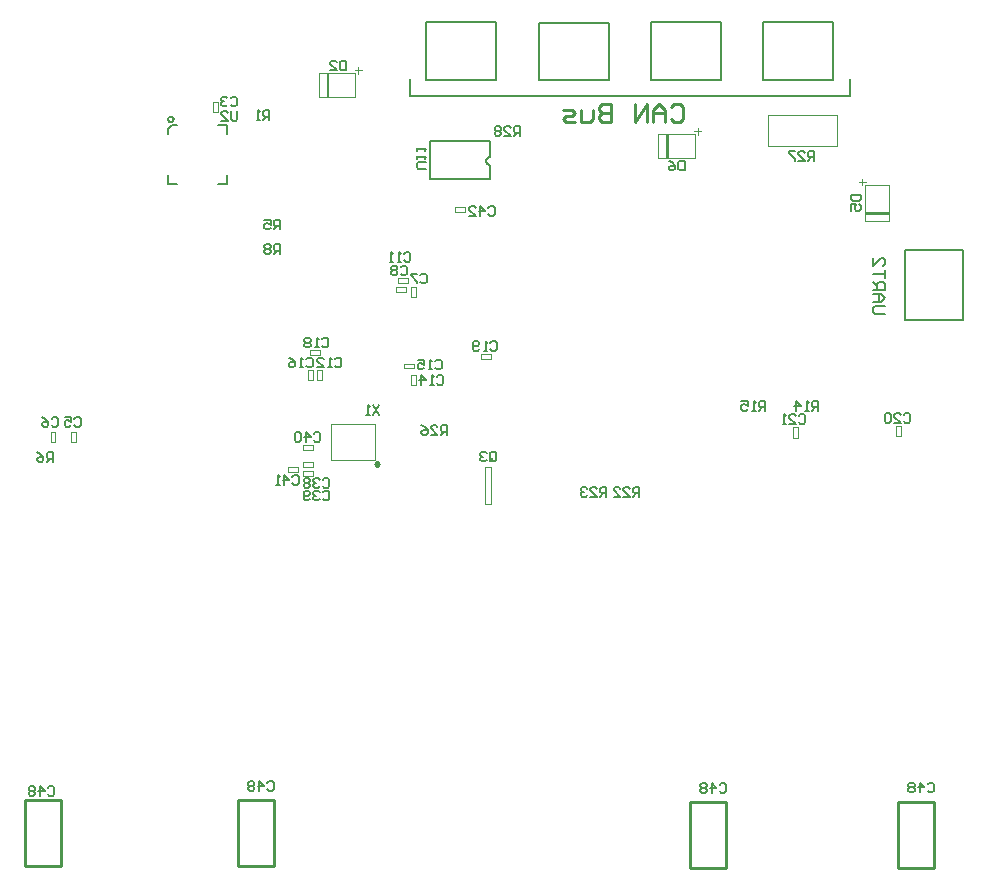
<source format=gbo>
G04*
G04 #@! TF.GenerationSoftware,Altium Limited,Altium Designer,18.0.7 (293)*
G04*
G04 Layer_Color=32896*
%FSLAX25Y25*%
%MOIN*%
G70*
G01*
G75*
%ADD10C,0.01000*%
%ADD11C,0.00394*%
%ADD12C,0.01000*%
%ADD13C,0.00787*%
%ADD14C,0.00197*%
%ADD15C,0.00500*%
%ADD16C,0.00700*%
%ADD19C,0.00598*%
D10*
X296300Y265775D02*
X295629Y266446D01*
X294958Y265775D01*
X295629Y265104D01*
X296300Y265775D01*
X469295Y153126D02*
X474045D01*
X469295Y131126D02*
Y153126D01*
Y131126D02*
X481295D01*
Y153126D01*
X474045D02*
X481295D01*
X399905Y152929D02*
X404656D01*
X399905Y130929D02*
Y152929D01*
Y130929D02*
X411905D01*
Y152929D01*
X404656D02*
X411905D01*
X249118Y153618D02*
X253868D01*
X249118Y131618D02*
Y153618D01*
Y131618D02*
X261118D01*
Y153618D01*
X253868D02*
X261118D01*
X178154Y153815D02*
X182904D01*
X178154Y131815D02*
Y153815D01*
Y131815D02*
X190154D01*
Y153815D01*
X182904D02*
X190154D01*
X393344Y384624D02*
X394343Y385624D01*
X396343D01*
X397342Y384624D01*
Y380626D01*
X396343Y379626D01*
X394343D01*
X393344Y380626D01*
X391344Y379626D02*
Y383625D01*
X389345Y385624D01*
X387346Y383625D01*
Y379626D01*
Y382625D01*
X391344D01*
X385346Y379626D02*
Y385624D01*
X381348Y379626D01*
Y385624D01*
X373350D02*
Y379626D01*
X370351D01*
X369352Y380626D01*
Y381625D01*
X370351Y382625D01*
X373350D01*
X370351D01*
X369352Y383625D01*
Y384624D01*
X370351Y385624D01*
X373350D01*
X367352Y383625D02*
Y380626D01*
X366353Y379626D01*
X363353D01*
Y383625D01*
X361354Y379626D02*
X358355D01*
X357355Y380626D01*
X358355Y381625D01*
X360354D01*
X361354Y382625D01*
X360354Y383625D01*
X357355D01*
D11*
X331325Y252461D02*
X333425D01*
Y264761D01*
X331325D02*
X333425D01*
X331325Y252461D02*
Y264761D01*
X457305Y358556D02*
Y360756D01*
X456205Y359656D02*
X458405D01*
X458268Y358656D02*
X459837D01*
X458268Y346556D02*
Y358656D01*
Y346556D02*
X466142D01*
Y358656D01*
X459837D02*
X466142D01*
X458268Y349056D02*
X466005D01*
X458368Y349356D02*
X466105D01*
X458368Y349656D02*
X466105Y349656D01*
X448842Y371670D02*
X448842Y376870D01*
X425764Y371670D02*
X448842D01*
X425764D02*
Y382070D01*
X448842D01*
X448842Y376870D01*
X401272Y376554D02*
X403472D01*
X402372Y375453D02*
Y377654D01*
X401372Y374021D02*
Y375590D01*
X389272D02*
X401372D01*
X389272Y367717D02*
Y375590D01*
Y367717D02*
X401372D01*
Y374021D01*
X391772Y367853D02*
Y375590D01*
X392072Y367754D02*
Y375490D01*
X392372Y367754D02*
Y375490D01*
X288182Y396928D02*
X290382D01*
X289282Y395828D02*
Y398028D01*
X288282Y394395D02*
Y395965D01*
X276182D02*
X288282D01*
X276182Y388090D02*
Y395965D01*
Y388090D02*
X288282D01*
Y394395D01*
X278682Y388228D02*
Y395965D01*
X278982Y388128D02*
Y395865D01*
X279282Y388128D02*
Y395865D01*
X280229Y279175D02*
X289321D01*
X285876D02*
X294929D01*
Y267175D02*
Y279175D01*
X280229Y267175D02*
X294929D01*
X280229D02*
Y279175D01*
D12*
X295829Y265775D02*
D03*
D13*
X333169Y367982D02*
X332285Y367616D01*
X331919Y366732D01*
X332285Y365848D01*
X333169Y365482D01*
X471457Y313812D02*
X490657D01*
Y337112D01*
X471457D02*
X490657D01*
X471457Y313812D02*
Y337112D01*
X333169Y365482D02*
X333169Y360702D01*
X333169Y367982D02*
Y373202D01*
X313169Y373202D02*
X333169Y373202D01*
X313169Y360702D02*
Y373202D01*
Y360702D02*
X333169Y360702D01*
X447606Y393701D02*
Y412901D01*
X424305D02*
X447606D01*
X424305Y393701D02*
Y412901D01*
Y393701D02*
X447606D01*
X335105D02*
Y412901D01*
X311806D02*
X335105D01*
X311806Y393701D02*
Y412901D01*
Y393701D02*
X335105D01*
X372884Y393598D02*
Y412798D01*
X349584D02*
X372884D01*
X349584Y393598D02*
Y412798D01*
Y393598D02*
X372884D01*
X410106Y393799D02*
Y412999D01*
X386806D02*
X410106D01*
X386806Y393799D02*
Y412999D01*
Y393799D02*
X410106D01*
D14*
X240932Y383044D02*
Y386444D01*
Y383044D02*
X242532D01*
Y386444D01*
X240932D02*
X242532D01*
X265820Y262980D02*
X269220D01*
Y264580D01*
X265820D02*
X269220D01*
X265820Y262980D02*
Y264580D01*
X270839Y264653D02*
X274239D01*
Y266253D01*
X270839D02*
X274239D01*
X270839Y264653D02*
Y266253D01*
Y261798D02*
X274239D01*
Y263398D01*
X270839D02*
X274239D01*
X270839Y261798D02*
Y263398D01*
X270741Y271961D02*
X274141D01*
X270741Y270361D02*
Y271961D01*
Y270361D02*
X274141D01*
Y271961D01*
X321332Y351292D02*
X324731D01*
X321332Y349692D02*
Y351292D01*
Y349692D02*
X324731D01*
Y351292D01*
X469993Y274875D02*
Y278275D01*
X468393D02*
X469993D01*
X468393Y274875D02*
Y278275D01*
Y274875D02*
X469993D01*
X435839Y274481D02*
Y277881D01*
X434239D02*
X435839D01*
X434239Y274481D02*
Y277881D01*
Y274481D02*
X435839D01*
X301745Y322920D02*
X305145D01*
Y324520D01*
X301745D02*
X305145D01*
X301745Y322920D02*
Y324520D01*
X302335Y325972D02*
X305735D01*
Y327572D01*
X302335D02*
X305735D01*
X302335Y325972D02*
Y327572D01*
X308576Y292001D02*
Y295401D01*
X306976D02*
X308576D01*
X306976Y292001D02*
Y295401D01*
Y292001D02*
X308576D01*
X304501Y297527D02*
X307901D01*
Y299127D01*
X304501D02*
X307901D01*
X304501Y297527D02*
Y299127D01*
X308379Y321332D02*
Y324731D01*
X306779D02*
X308379D01*
X306779Y321332D02*
Y324731D01*
Y321332D02*
X308379D01*
X273202Y302054D02*
X276602D01*
Y303654D01*
X273202D02*
X276602D01*
X273202Y302054D02*
Y303654D01*
X275578Y293576D02*
Y296976D01*
Y293576D02*
X277178D01*
Y296976D01*
X275578D02*
X277178D01*
X272625Y293576D02*
Y296976D01*
Y293576D02*
X274225D01*
Y296976D01*
X272625D02*
X274225D01*
X329993Y300676D02*
X333393D01*
Y302276D01*
X329993D02*
X333393D01*
X329993Y300676D02*
Y302276D01*
X188300Y273005D02*
Y276405D01*
X186700D02*
X188300D01*
X186700Y273005D02*
Y276405D01*
Y273005D02*
X188300D01*
X193491D02*
Y276405D01*
Y273005D02*
X195091D01*
Y276405D01*
X193491D02*
X195091D01*
D15*
X227756Y380610D02*
X227264Y381463D01*
X226279D01*
X225787Y380610D01*
X226279Y379758D01*
X227264D01*
X227756Y380610D01*
X225787Y375689D02*
Y377250D01*
X227179Y378642D01*
X228740D01*
X225787Y358957D02*
Y361910D01*
Y358957D02*
X228740D01*
X242520Y378642D02*
X245472D01*
Y375689D02*
Y378642D01*
Y358957D02*
Y361910D01*
X242520Y358957D02*
X245472D01*
D16*
X306594Y388386D02*
Y393898D01*
Y388386D02*
X453051D01*
Y393898D01*
D19*
X296187Y285201D02*
X294053Y282001D01*
Y285201D02*
X296187Y282001D01*
X292987D02*
X291920D01*
X292454D01*
Y285201D01*
X292987Y284667D01*
X311960Y364173D02*
X309293D01*
X308760Y364706D01*
Y365773D01*
X309293Y366306D01*
X311960D01*
X308760Y367373D02*
Y368440D01*
Y367906D01*
X311960D01*
X311426Y367373D01*
X308760Y370039D02*
Y371106D01*
Y370573D01*
X311960D01*
X311426Y370039D01*
X248917Y383318D02*
Y380651D01*
X248384Y380118D01*
X247317D01*
X246784Y380651D01*
Y383318D01*
X243584Y380118D02*
X245718D01*
X243584Y382251D01*
Y382785D01*
X244118Y383318D01*
X245184D01*
X245718Y382785D01*
X343209Y375000D02*
Y378200D01*
X341609D01*
X341075Y377666D01*
Y376600D01*
X341609Y376067D01*
X343209D01*
X342142D02*
X341075Y375000D01*
X337876D02*
X340009D01*
X337876Y377133D01*
Y377666D01*
X338409Y378200D01*
X339476D01*
X340009Y377666D01*
X336809D02*
X336276Y378200D01*
X335209D01*
X334676Y377666D01*
Y377133D01*
X335209Y376600D01*
X334676Y376067D01*
Y375533D01*
X335209Y375000D01*
X336276D01*
X336809Y375533D01*
Y376067D01*
X336276Y376600D01*
X336809Y377133D01*
Y377666D01*
X336276Y376600D02*
X335209D01*
X441226Y366831D02*
Y370030D01*
X439627D01*
X439093Y369497D01*
Y368431D01*
X439627Y367897D01*
X441226D01*
X440160D02*
X439093Y366831D01*
X435893D02*
X438027D01*
X435893Y368964D01*
Y369497D01*
X436427Y370030D01*
X437493D01*
X438027Y369497D01*
X434827Y370030D02*
X432694D01*
Y369497D01*
X434827Y367364D01*
Y366831D01*
X318799Y275394D02*
Y278593D01*
X317199D01*
X316666Y278060D01*
Y276994D01*
X317199Y276460D01*
X318799D01*
X317733D02*
X316666Y275394D01*
X313466D02*
X315599D01*
X313466Y277527D01*
Y278060D01*
X314000Y278593D01*
X315066D01*
X315599Y278060D01*
X310266Y278593D02*
X311333Y278060D01*
X312400Y276994D01*
Y275927D01*
X311866Y275394D01*
X310800D01*
X310266Y275927D01*
Y276460D01*
X310800Y276994D01*
X312400D01*
X371949Y254823D02*
Y258023D01*
X370349D01*
X369816Y257489D01*
Y256423D01*
X370349Y255889D01*
X371949D01*
X370882D02*
X369816Y254823D01*
X366616D02*
X368749D01*
X366616Y256956D01*
Y257489D01*
X367149Y258023D01*
X368216D01*
X368749Y257489D01*
X365549D02*
X365016Y258023D01*
X363949D01*
X363416Y257489D01*
Y256956D01*
X363949Y256423D01*
X364483D01*
X363949D01*
X363416Y255889D01*
Y255356D01*
X363949Y254823D01*
X365016D01*
X365549Y255356D01*
X382972Y254823D02*
Y258023D01*
X381373D01*
X380839Y257489D01*
Y256423D01*
X381373Y255889D01*
X382972D01*
X381906D02*
X380839Y254823D01*
X377640D02*
X379773D01*
X377640Y256956D01*
Y257489D01*
X378173Y258023D01*
X379239D01*
X379773Y257489D01*
X374440Y254823D02*
X376573D01*
X374440Y256956D01*
Y257489D01*
X374973Y258023D01*
X376040D01*
X376573Y257489D01*
X424902Y283465D02*
Y286664D01*
X423302D01*
X422768Y286131D01*
Y285064D01*
X423302Y284531D01*
X424902D01*
X423835D02*
X422768Y283465D01*
X421702D02*
X420635D01*
X421169D01*
Y286664D01*
X421702Y286131D01*
X416902Y286664D02*
X419035D01*
Y285064D01*
X417969Y285598D01*
X417436D01*
X416902Y285064D01*
Y283998D01*
X417436Y283465D01*
X418502D01*
X419035Y283998D01*
X442520Y283465D02*
Y286664D01*
X440920D01*
X440386Y286131D01*
Y285064D01*
X440920Y284531D01*
X442520D01*
X441453D02*
X440386Y283465D01*
X439320D02*
X438253D01*
X438787D01*
Y286664D01*
X439320Y286131D01*
X435054Y283465D02*
Y286664D01*
X436654Y285064D01*
X434520D01*
X263189Y335728D02*
Y338928D01*
X261589D01*
X261056Y338395D01*
Y337328D01*
X261589Y336795D01*
X263189D01*
X262122D02*
X261056Y335728D01*
X259989Y338395D02*
X259456Y338928D01*
X258389D01*
X257856Y338395D01*
Y337861D01*
X258389Y337328D01*
X257856Y336795D01*
Y336262D01*
X258389Y335728D01*
X259456D01*
X259989Y336262D01*
Y336795D01*
X259456Y337328D01*
X259989Y337861D01*
Y338395D01*
X259456Y337328D02*
X258389D01*
X187458Y266393D02*
Y269593D01*
X185858D01*
X185325Y269059D01*
Y267993D01*
X185858Y267460D01*
X187458D01*
X186392D02*
X185325Y266393D01*
X182125Y269593D02*
X183192Y269059D01*
X184258Y267993D01*
Y266926D01*
X183725Y266393D01*
X182659D01*
X182125Y266926D01*
Y267460D01*
X182659Y267993D01*
X184258D01*
X263189Y343898D02*
Y347097D01*
X261589D01*
X261056Y346564D01*
Y345497D01*
X261589Y344964D01*
X263189D01*
X262122D02*
X261056Y343898D01*
X257856Y347097D02*
X259989D01*
Y345497D01*
X258923Y346031D01*
X258389D01*
X257856Y345497D01*
Y344431D01*
X258389Y343898D01*
X259456D01*
X259989Y344431D01*
X259646Y380413D02*
Y383613D01*
X258046D01*
X257512Y383080D01*
Y382013D01*
X258046Y381480D01*
X259646D01*
X258579D02*
X257512Y380413D01*
X256446D02*
X255379D01*
X255913D01*
Y383613D01*
X256446Y383080D01*
X333103Y267069D02*
Y269202D01*
X333636Y269735D01*
X334703D01*
X335236Y269202D01*
Y267069D01*
X334703Y266535D01*
X333636D01*
X334170Y267602D02*
X333103Y266535D01*
X333636D02*
X333103Y267069D01*
X332036Y269202D02*
X331503Y269735D01*
X330437D01*
X329903Y269202D01*
Y268669D01*
X330437Y268135D01*
X330970D01*
X330437D01*
X329903Y267602D01*
Y267069D01*
X330437Y266535D01*
X331503D01*
X332036Y267069D01*
X398031Y366782D02*
Y363583D01*
X396432D01*
X395898Y364116D01*
Y366249D01*
X396432Y366782D01*
X398031D01*
X392699D02*
X393765Y366249D01*
X394832Y365183D01*
Y364116D01*
X394299Y363583D01*
X393232D01*
X392699Y364116D01*
Y364649D01*
X393232Y365183D01*
X394832D01*
X453592Y355512D02*
X456791D01*
Y353912D01*
X456258Y353379D01*
X454125D01*
X453592Y353912D01*
Y355512D01*
Y350179D02*
Y352312D01*
X455192D01*
X454658Y351245D01*
Y350712D01*
X455192Y350179D01*
X456258D01*
X456791Y350712D01*
Y351779D01*
X456258Y352312D01*
X285236Y400149D02*
Y396949D01*
X283636D01*
X283103Y397482D01*
Y399615D01*
X283636Y400149D01*
X285236D01*
X279903Y396949D02*
X282036D01*
X279903Y399082D01*
Y399615D01*
X280437Y400149D01*
X281503D01*
X282036Y399615D01*
X464825Y315846D02*
X461493D01*
X460827Y316513D01*
Y317846D01*
X461493Y318512D01*
X464825D01*
X460827Y319845D02*
X463493D01*
X464825Y321178D01*
X463493Y322511D01*
X460827D01*
X462826D01*
Y319845D01*
X460827Y323844D02*
X464825D01*
Y325843D01*
X464159Y326510D01*
X462826D01*
X462160Y325843D01*
Y323844D01*
Y325177D02*
X460827Y326510D01*
X464825Y327843D02*
Y330508D01*
Y329175D01*
X460827D01*
Y334507D02*
Y331841D01*
X463493Y334507D01*
X464159D01*
X464825Y333841D01*
Y332508D01*
X464159Y331841D01*
X479016Y158937D02*
X479550Y159471D01*
X480616D01*
X481150Y158937D01*
Y156804D01*
X480616Y156271D01*
X479550D01*
X479016Y156804D01*
X476350Y156271D02*
Y159471D01*
X477950Y157871D01*
X475817D01*
X474750Y158937D02*
X474217Y159471D01*
X473150D01*
X472617Y158937D01*
Y158404D01*
X473150Y157871D01*
X472617Y157337D01*
Y156804D01*
X473150Y156271D01*
X474217D01*
X474750Y156804D01*
Y157337D01*
X474217Y157871D01*
X474750Y158404D01*
Y158937D01*
X474217Y157871D02*
X473150D01*
X185760Y157686D02*
X186294Y158220D01*
X187360D01*
X187894Y157686D01*
Y155553D01*
X187360Y155020D01*
X186294D01*
X185760Y155553D01*
X183094Y155020D02*
Y158220D01*
X184694Y156620D01*
X182561D01*
X181494Y157686D02*
X180961Y158220D01*
X179894D01*
X179361Y157686D01*
Y157153D01*
X179894Y156620D01*
X179361Y156086D01*
Y155553D01*
X179894Y155020D01*
X180961D01*
X181494Y155553D01*
Y156086D01*
X180961Y156620D01*
X181494Y157153D01*
Y157686D01*
X180961Y156620D02*
X179894D01*
X409706Y158734D02*
X410240Y159267D01*
X411306D01*
X411839Y158734D01*
Y156601D01*
X411306Y156068D01*
X410240D01*
X409706Y156601D01*
X407040Y156068D02*
Y159267D01*
X408640Y157668D01*
X406506D01*
X405440Y158734D02*
X404907Y159267D01*
X403840D01*
X403307Y158734D01*
Y158201D01*
X403840Y157668D01*
X403307Y157134D01*
Y156601D01*
X403840Y156068D01*
X404907D01*
X405440Y156601D01*
Y157134D01*
X404907Y157668D01*
X405440Y158201D01*
Y158734D01*
X404907Y157668D02*
X403840D01*
X258867Y159367D02*
X259400Y159900D01*
X260467D01*
X261000Y159367D01*
Y157233D01*
X260467Y156700D01*
X259400D01*
X258867Y157233D01*
X256200Y156700D02*
Y159900D01*
X257800Y158300D01*
X255667D01*
X254601Y159367D02*
X254067Y159900D01*
X253001D01*
X252467Y159367D01*
Y158833D01*
X253001Y158300D01*
X252467Y157767D01*
Y157233D01*
X253001Y156700D01*
X254067D01*
X254601Y157233D01*
Y157767D01*
X254067Y158300D01*
X254601Y158833D01*
Y159367D01*
X254067Y158300D02*
X253001D01*
X332611Y350993D02*
X333144Y351526D01*
X334211D01*
X334744Y350993D01*
Y348860D01*
X334211Y348327D01*
X333144D01*
X332611Y348860D01*
X329944Y348327D02*
Y351526D01*
X331544Y349927D01*
X329411D01*
X326211Y348327D02*
X328345D01*
X326211Y350460D01*
Y350993D01*
X326745Y351526D01*
X327811D01*
X328345Y350993D01*
X267257Y261426D02*
X267790Y261960D01*
X268857D01*
X269390Y261426D01*
Y259293D01*
X268857Y258760D01*
X267790D01*
X267257Y259293D01*
X264590Y258760D02*
Y261960D01*
X266190Y260360D01*
X264057D01*
X262990Y258760D02*
X261924D01*
X262457D01*
Y261960D01*
X262990Y261426D01*
X274442Y275796D02*
X274975Y276330D01*
X276042D01*
X276575Y275796D01*
Y273663D01*
X276042Y273130D01*
X274975D01*
X274442Y273663D01*
X271775Y273130D02*
Y276330D01*
X273375Y274730D01*
X271242D01*
X270175Y275796D02*
X269642Y276330D01*
X268575D01*
X268042Y275796D01*
Y273663D01*
X268575Y273130D01*
X269642D01*
X270175Y273663D01*
Y275796D01*
X277394Y256210D02*
X277928Y256743D01*
X278994D01*
X279528Y256210D01*
Y254077D01*
X278994Y253543D01*
X277928D01*
X277394Y254077D01*
X276328Y256210D02*
X275795Y256743D01*
X274728D01*
X274195Y256210D01*
Y255677D01*
X274728Y255143D01*
X275261D01*
X274728D01*
X274195Y254610D01*
Y254077D01*
X274728Y253543D01*
X275795D01*
X276328Y254077D01*
X273128D02*
X272595Y253543D01*
X271528D01*
X270995Y254077D01*
Y256210D01*
X271528Y256743D01*
X272595D01*
X273128Y256210D01*
Y255677D01*
X272595Y255143D01*
X270995D01*
X277394Y260442D02*
X277928Y260975D01*
X278994D01*
X279528Y260442D01*
Y258309D01*
X278994Y257776D01*
X277928D01*
X277394Y258309D01*
X276328Y260442D02*
X275795Y260975D01*
X274728D01*
X274195Y260442D01*
Y259909D01*
X274728Y259376D01*
X275261D01*
X274728D01*
X274195Y258842D01*
Y258309D01*
X274728Y257776D01*
X275795D01*
X276328Y258309D01*
X273128Y260442D02*
X272595Y260975D01*
X271528D01*
X270995Y260442D01*
Y259909D01*
X271528Y259376D01*
X270995Y258842D01*
Y258309D01*
X271528Y257776D01*
X272595D01*
X273128Y258309D01*
Y258842D01*
X272595Y259376D01*
X273128Y259909D01*
Y260442D01*
X272595Y259376D02*
X271528D01*
X436056Y281702D02*
X436589Y282235D01*
X437656D01*
X438189Y281702D01*
Y279569D01*
X437656Y279035D01*
X436589D01*
X436056Y279569D01*
X432856Y279035D02*
X434989D01*
X432856Y281169D01*
Y281702D01*
X433389Y282235D01*
X434456D01*
X434989Y281702D01*
X431789Y279035D02*
X430723D01*
X431256D01*
Y282235D01*
X431789Y281702D01*
X471095Y281997D02*
X471629Y282530D01*
X472695D01*
X473228Y281997D01*
Y279864D01*
X472695Y279331D01*
X471629D01*
X471095Y279864D01*
X467895Y279331D02*
X470029D01*
X467895Y281464D01*
Y281997D01*
X468429Y282530D01*
X469495D01*
X470029Y281997D01*
X466829D02*
X466295Y282530D01*
X465229D01*
X464696Y281997D01*
Y279864D01*
X465229Y279331D01*
X466295D01*
X466829Y279864D01*
Y281997D01*
X333300Y306111D02*
X333833Y306645D01*
X334900D01*
X335433Y306111D01*
Y303978D01*
X334900Y303445D01*
X333833D01*
X333300Y303978D01*
X332233Y303445D02*
X331167D01*
X331700D01*
Y306645D01*
X332233Y306111D01*
X329567Y303978D02*
X329034Y303445D01*
X327967D01*
X327434Y303978D01*
Y306111D01*
X327967Y306645D01*
X329034D01*
X329567Y306111D01*
Y305578D01*
X329034Y305045D01*
X327434D01*
X277099Y307194D02*
X277632Y307727D01*
X278699D01*
X279232Y307194D01*
Y305061D01*
X278699Y304528D01*
X277632D01*
X277099Y305061D01*
X276032Y304528D02*
X274966D01*
X275499D01*
Y307727D01*
X276032Y307194D01*
X273366D02*
X272833Y307727D01*
X271766D01*
X271233Y307194D01*
Y306661D01*
X271766Y306127D01*
X271233Y305594D01*
Y305061D01*
X271766Y304528D01*
X272833D01*
X273366Y305061D01*
Y305594D01*
X272833Y306127D01*
X273366Y306661D01*
Y307194D01*
X272833Y306127D02*
X271766D01*
X271883Y300600D02*
X272416Y301133D01*
X273482D01*
X274016Y300600D01*
Y298466D01*
X273482Y297933D01*
X272416D01*
X271883Y298466D01*
X270816Y297933D02*
X269749D01*
X270283D01*
Y301133D01*
X270816Y300600D01*
X266016Y301133D02*
X267083Y300600D01*
X268149Y299533D01*
Y298466D01*
X267616Y297933D01*
X266550D01*
X266016Y298466D01*
Y299000D01*
X266550Y299533D01*
X268149D01*
X314894Y299911D02*
X315428Y300444D01*
X316494D01*
X317028Y299911D01*
Y297777D01*
X316494Y297244D01*
X315428D01*
X314894Y297777D01*
X313828Y297244D02*
X312761D01*
X313295D01*
Y300444D01*
X313828Y299911D01*
X309028Y300444D02*
X311161D01*
Y298844D01*
X310095Y299377D01*
X309561D01*
X309028Y298844D01*
Y297777D01*
X309561Y297244D01*
X310628D01*
X311161Y297777D01*
X315387Y294694D02*
X315920Y295227D01*
X316986D01*
X317520Y294694D01*
Y292561D01*
X316986Y292028D01*
X315920D01*
X315387Y292561D01*
X314320Y292028D02*
X313253D01*
X313787D01*
Y295227D01*
X314320Y294694D01*
X310054Y292028D02*
Y295227D01*
X311653Y293627D01*
X309520D01*
X281430Y300600D02*
X281963Y301133D01*
X283030D01*
X283563Y300600D01*
Y298466D01*
X283030Y297933D01*
X281963D01*
X281430Y298466D01*
X280363Y297933D02*
X279297D01*
X279830D01*
Y301133D01*
X280363Y300600D01*
X275564Y297933D02*
X277697D01*
X275564Y300066D01*
Y300600D01*
X276097Y301133D01*
X277164D01*
X277697Y300600D01*
X304461Y335836D02*
X304995Y336369D01*
X306061D01*
X306594Y335836D01*
Y333703D01*
X306061Y333169D01*
X304995D01*
X304461Y333703D01*
X303395Y333169D02*
X302328D01*
X302861D01*
Y336369D01*
X303395Y335836D01*
X300728Y333169D02*
X299662D01*
X300195D01*
Y336369D01*
X300728Y335836D01*
X303379Y331308D02*
X303912Y331841D01*
X304978D01*
X305512Y331308D01*
Y329175D01*
X304978Y328642D01*
X303912D01*
X303379Y329175D01*
X302312Y331308D02*
X301779Y331841D01*
X300712D01*
X300179Y331308D01*
Y330775D01*
X300712Y330242D01*
X300179Y329708D01*
Y329175D01*
X300712Y328642D01*
X301779D01*
X302312Y329175D01*
Y329708D01*
X301779Y330242D01*
X302312Y330775D01*
Y331308D01*
X301779Y330242D02*
X300712D01*
X309875Y328552D02*
X310408Y329086D01*
X311475D01*
X312008Y328552D01*
Y326419D01*
X311475Y325886D01*
X310408D01*
X309875Y326419D01*
X308808Y329086D02*
X306675D01*
Y328552D01*
X308808Y326419D01*
Y325886D01*
X187040Y280816D02*
X187573Y281349D01*
X188640D01*
X189173Y280816D01*
Y278683D01*
X188640Y278150D01*
X187573D01*
X187040Y278683D01*
X183840Y281349D02*
X184907Y280816D01*
X185974Y279749D01*
Y278683D01*
X185440Y278150D01*
X184374D01*
X183840Y278683D01*
Y279216D01*
X184374Y279749D01*
X185974D01*
X194520Y280816D02*
X195054Y281349D01*
X196120D01*
X196653Y280816D01*
Y278683D01*
X196120Y278150D01*
X195054D01*
X194520Y278683D01*
X191321Y281349D02*
X193454D01*
Y279749D01*
X192387Y280283D01*
X191854D01*
X191321Y279749D01*
Y278683D01*
X191854Y278150D01*
X192920D01*
X193454Y278683D01*
X246686Y387607D02*
X247219Y388141D01*
X248286D01*
X248819Y387607D01*
Y385474D01*
X248286Y384941D01*
X247219D01*
X246686Y385474D01*
X245619Y387607D02*
X245086Y388141D01*
X244019D01*
X243486Y387607D01*
Y387074D01*
X244019Y386541D01*
X244553D01*
X244019D01*
X243486Y386007D01*
Y385474D01*
X244019Y384941D01*
X245086D01*
X245619Y385474D01*
M02*

</source>
